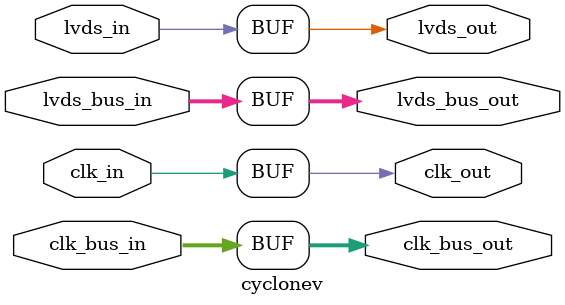
<source format=sv>

module cyclonev(

	input        clk_in,
	output       clk_out,

	input  [3:0] clk_bus_in,
	output [3:0] clk_bus_out,

	input        lvds_in,
	output       lvds_out,

	input  [3:0] lvds_bus_in,
	output [3:0] lvds_bus_out
);

assign clk_out      = clk_in;
assign clk_bus_out  = clk_bus_in;
assign lvds_out     = lvds_in;
assign lvds_bus_out = lvds_bus_in;

endmodule

</source>
